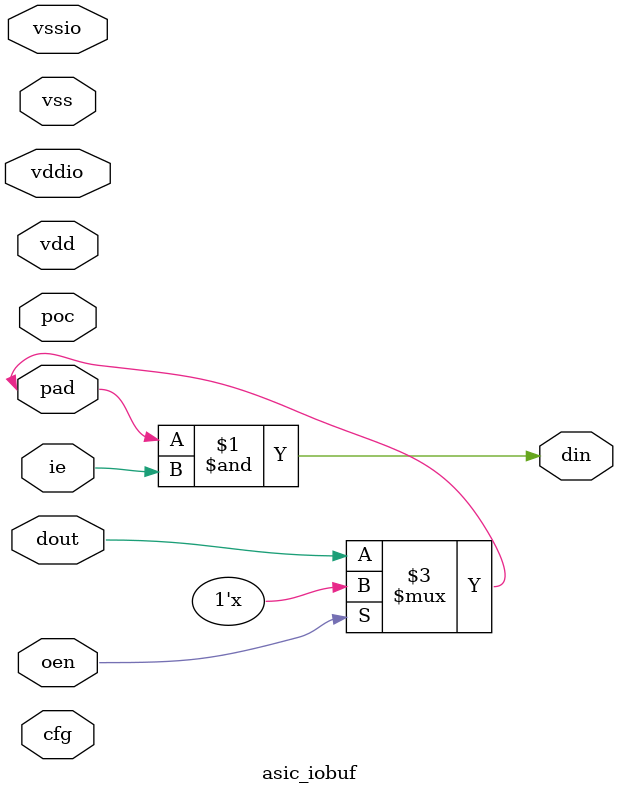
<source format=v>

module asic_iobuf
  #(parameter TYPE  = "SOFT", // SOFT or PRIVATE PROPERTY
    parameter DIR   = "EA"    // "NO", "SO", "EA", "WE", "SOFT"
    )
(
 //pad
 inout 	     pad, // pad
 //feed through signals
 inout 	     vddio, // io supply
 inout 	     vssio, // io ground
 inout 	     vdd, // core supply
 inout 	     vss, // common ground
 inout 	     poc, // power-on-ctrl
 //core facing signals
 output      din, // data from pad
 input 	     dout, // data to drive to pad
 //control signals
 input 	     oen, // output enable (0=enable)
 input 	     ie, // input enable (1=enable
 input [7:0] cfg // io config (drive strength etc)
 );

   generate
      if(TYPE == "SOFT") 
	begin
	   assign din = pad & ie;
	   assign pad = ~oen ? dout : 1'bz;
	end
      else
	begin
	   //Insert actual cells based on TYPE/DIR
	   assign din = 1'b0;	   
	   assign pad = 1'b0;	   
	end
   endgenerate

endmodule

   

</source>
